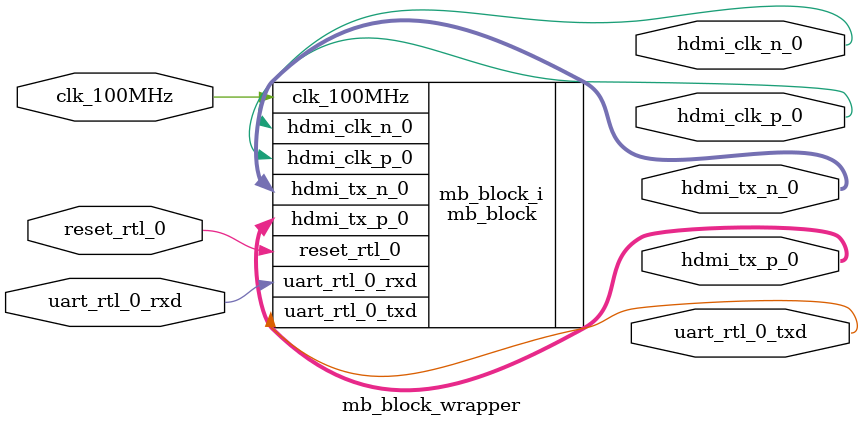
<source format=v>
`timescale 1 ps / 1 ps

module mb_block_wrapper
   (clk_100MHz,
    hdmi_clk_n_0,
    hdmi_clk_p_0,
    hdmi_tx_n_0,
    hdmi_tx_p_0,
    reset_rtl_0,
    uart_rtl_0_rxd,
    uart_rtl_0_txd);
  input clk_100MHz;
  output hdmi_clk_n_0;
  output hdmi_clk_p_0;
  output [2:0]hdmi_tx_n_0;
  output [2:0]hdmi_tx_p_0;
  input reset_rtl_0;
  input uart_rtl_0_rxd;
  output uart_rtl_0_txd;

  wire clk_100MHz;
  wire hdmi_clk_n_0;
  wire hdmi_clk_p_0;
  wire [2:0]hdmi_tx_n_0;
  wire [2:0]hdmi_tx_p_0;
  wire reset_rtl_0;
  wire uart_rtl_0_rxd;
  wire uart_rtl_0_txd;

  mb_block mb_block_i
       (.clk_100MHz(clk_100MHz),
        .hdmi_clk_n_0(hdmi_clk_n_0),
        .hdmi_clk_p_0(hdmi_clk_p_0),
        .hdmi_tx_n_0(hdmi_tx_n_0),
        .hdmi_tx_p_0(hdmi_tx_p_0),
        .reset_rtl_0(reset_rtl_0),
        .uart_rtl_0_rxd(uart_rtl_0_rxd),
        .uart_rtl_0_txd(uart_rtl_0_txd));
endmodule

</source>
